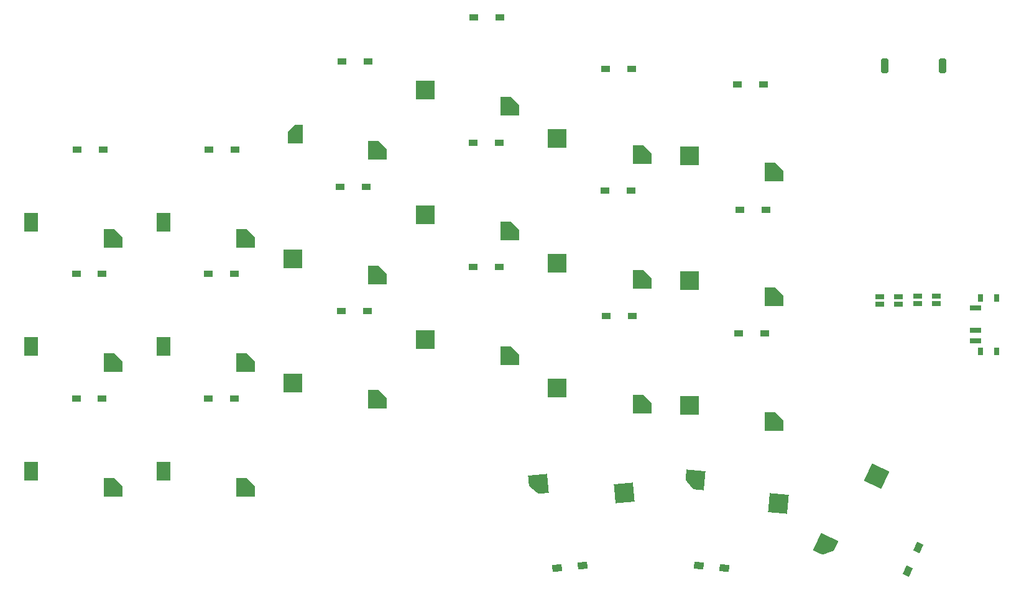
<source format=gbp>
%TF.GenerationSoftware,KiCad,Pcbnew,6.0.8-f2edbf62ab~116~ubuntu22.04.1*%
%TF.CreationDate,2022-10-26T10:35:28+11:00*%
%TF.ProjectId,banach,62616e61-6368-42e6-9b69-6361645f7063,rev1.0*%
%TF.SameCoordinates,Original*%
%TF.FileFunction,Paste,Bot*%
%TF.FilePolarity,Positive*%
%FSLAX46Y46*%
G04 Gerber Fmt 4.6, Leading zero omitted, Abs format (unit mm)*
G04 Created by KiCad (PCBNEW 6.0.8-f2edbf62ab~116~ubuntu22.04.1) date 2022-10-26 10:35:28*
%MOMM*%
%LPD*%
G01*
G04 APERTURE LIST*
G04 Aperture macros list*
%AMRoundRect*
0 Rectangle with rounded corners*
0 $1 Rounding radius*
0 $2 $3 $4 $5 $6 $7 $8 $9 X,Y pos of 4 corners*
0 Add a 4 corners polygon primitive as box body*
4,1,4,$2,$3,$4,$5,$6,$7,$8,$9,$2,$3,0*
0 Add four circle primitives for the rounded corners*
1,1,$1+$1,$2,$3*
1,1,$1+$1,$4,$5*
1,1,$1+$1,$6,$7*
1,1,$1+$1,$8,$9*
0 Add four rect primitives between the rounded corners*
20,1,$1+$1,$2,$3,$4,$5,0*
20,1,$1+$1,$4,$5,$6,$7,0*
20,1,$1+$1,$6,$7,$8,$9,0*
20,1,$1+$1,$8,$9,$2,$3,0*%
%AMRotRect*
0 Rectangle, with rotation*
0 The origin of the aperture is its center*
0 $1 length*
0 $2 width*
0 $3 Rotation angle, in degrees counterclockwise*
0 Add horizontal line*
21,1,$1,$2,0,0,$3*%
%AMOutline5P*
0 Free polygon, 5 corners , with rotation*
0 The origin of the aperture is its center*
0 number of corners: always 5*
0 $1 to $10 corner X, Y*
0 $11 Rotation angle, in degrees counterclockwise*
0 create outline with 5 corners*
4,1,5,$1,$2,$3,$4,$5,$6,$7,$8,$9,$10,$1,$2,$11*%
%AMOutline6P*
0 Free polygon, 6 corners , with rotation*
0 The origin of the aperture is its center*
0 number of corners: always 6*
0 $1 to $12 corner X, Y*
0 $13 Rotation angle, in degrees counterclockwise*
0 create outline with 6 corners*
4,1,6,$1,$2,$3,$4,$5,$6,$7,$8,$9,$10,$11,$12,$1,$2,$13*%
%AMOutline7P*
0 Free polygon, 7 corners , with rotation*
0 The origin of the aperture is its center*
0 number of corners: always 7*
0 $1 to $14 corner X, Y*
0 $15 Rotation angle, in degrees counterclockwise*
0 create outline with 7 corners*
4,1,7,$1,$2,$3,$4,$5,$6,$7,$8,$9,$10,$11,$12,$13,$14,$1,$2,$15*%
%AMOutline8P*
0 Free polygon, 8 corners , with rotation*
0 The origin of the aperture is its center*
0 number of corners: always 8*
0 $1 to $16 corner X, Y*
0 $17 Rotation angle, in degrees counterclockwise*
0 create outline with 8 corners*
4,1,8,$1,$2,$3,$4,$5,$6,$7,$8,$9,$10,$11,$12,$13,$14,$15,$16,$1,$2,$17*%
G04 Aperture macros list end*
%ADD10R,1.300000X0.950000*%
%ADD11RotRect,1.300000X0.950000X185.000000*%
%ADD12RotRect,1.300000X0.950000X175.000000*%
%ADD13RotRect,1.300000X0.950000X245.000000*%
%ADD14Outline5P,-1.300000X1.300000X0.130000X1.300000X1.300000X0.130000X1.300000X-1.300000X-1.300000X-1.300000X0.000000*%
%ADD15R,1.875000X2.600000*%
%ADD16Outline5P,-1.025000X0.275000X0.000000X1.300000X1.025000X1.300000X1.025000X-1.300000X-1.025000X-1.300000X0.000000*%
%ADD17R,2.600000X2.600000*%
%ADD18Outline5P,-1.300000X1.300000X0.130000X1.300000X1.300000X0.130000X1.300000X-1.300000X-1.300000X-1.300000X185.000000*%
%ADD19RotRect,2.600000X2.600000X185.000000*%
%ADD20Outline5P,-1.300000X1.300000X0.130000X1.300000X1.300000X0.130000X1.300000X-1.300000X-1.300000X-1.300000X175.000000*%
%ADD21RotRect,2.600000X2.600000X175.000000*%
%ADD22Outline5P,-1.300000X1.300000X0.130000X1.300000X1.300000X0.130000X1.300000X-1.300000X-1.300000X-1.300000X245.000000*%
%ADD23RotRect,2.600000X2.600000X245.000000*%
%ADD24R,1.850000X2.600000*%
%ADD25R,1.143000X0.635000*%
%ADD26R,0.800000X1.000000*%
%ADD27R,1.500000X0.700000*%
%ADD28RoundRect,0.250000X-0.250000X-0.750000X0.250000X-0.750000X0.250000X0.750000X-0.250000X0.750000X0*%
G04 APERTURE END LIST*
D10*
%TO.C,D2*%
X84229400Y-64312800D03*
X87779400Y-64312800D03*
%TD*%
%TO.C,D3*%
X102314200Y-52273200D03*
X105864200Y-52273200D03*
%TD*%
%TO.C,D4*%
X120297400Y-46228000D03*
X123847400Y-46228000D03*
%TD*%
%TO.C,D5*%
X138229800Y-53289200D03*
X141779800Y-53289200D03*
%TD*%
%TO.C,D6*%
X156213000Y-55422800D03*
X159763000Y-55422800D03*
%TD*%
%TO.C,D8*%
X84127800Y-81229200D03*
X87677800Y-81229200D03*
%TD*%
%TO.C,D9*%
X102111000Y-69342000D03*
X105661000Y-69342000D03*
%TD*%
%TO.C,D10*%
X120195800Y-63347600D03*
X123745800Y-63347600D03*
%TD*%
%TO.C,D11*%
X138179000Y-69900800D03*
X141729000Y-69900800D03*
%TD*%
%TO.C,D12*%
X156517800Y-72491600D03*
X160067800Y-72491600D03*
%TD*%
%TO.C,D14*%
X84127800Y-98247200D03*
X87677800Y-98247200D03*
%TD*%
%TO.C,D15*%
X102212600Y-86309200D03*
X105762600Y-86309200D03*
%TD*%
%TO.C,D16*%
X120195800Y-80314800D03*
X123745800Y-80314800D03*
%TD*%
%TO.C,D17*%
X138280600Y-86969600D03*
X141830600Y-86969600D03*
%TD*%
%TO.C,D18*%
X156314600Y-89357200D03*
X159864600Y-89357200D03*
%TD*%
D11*
%TO.C,D19*%
X135118246Y-121003299D03*
X131581754Y-121312701D03*
%TD*%
D12*
%TO.C,D20*%
X154422246Y-121312701D03*
X150885754Y-121003299D03*
%TD*%
D13*
%TO.C,D21*%
X180836147Y-118533304D03*
X179335853Y-121750696D03*
%TD*%
D14*
%TO.C,SW2*%
X89185000Y-76350000D03*
D15*
X78010000Y-74150000D03*
%TD*%
D14*
%TO.C,SW3*%
X107185000Y-64350000D03*
D16*
X95960000Y-62150000D03*
%TD*%
D14*
%TO.C,SW4*%
X125185000Y-58350000D03*
D17*
X113635000Y-56150000D03*
%TD*%
D14*
%TO.C,SW5*%
X143185000Y-64970000D03*
D17*
X131635000Y-62770000D03*
%TD*%
D14*
%TO.C,SW6*%
X161185000Y-67350000D03*
D17*
X149635000Y-65150000D03*
%TD*%
D14*
%TO.C,SW8*%
X89185000Y-93350000D03*
D15*
X78010000Y-91150000D03*
%TD*%
D14*
%TO.C,SW9*%
X107185000Y-81350000D03*
D17*
X95635000Y-79150000D03*
%TD*%
D14*
%TO.C,SW10*%
X125185000Y-75350000D03*
D17*
X113635000Y-73150000D03*
%TD*%
D14*
%TO.C,SW11*%
X143185000Y-81970000D03*
D17*
X131635000Y-79770000D03*
%TD*%
D14*
%TO.C,SW12*%
X161185000Y-84350000D03*
D17*
X149635000Y-82150000D03*
%TD*%
D14*
%TO.C,SW14*%
X89185000Y-110350000D03*
D15*
X78010000Y-108150000D03*
%TD*%
D14*
%TO.C,SW15*%
X107185000Y-98350000D03*
D17*
X95635000Y-96150000D03*
%TD*%
D14*
%TO.C,SW16*%
X125185000Y-92350000D03*
D17*
X113635000Y-90150000D03*
%TD*%
D14*
%TO.C,SW17*%
X143185000Y-98975000D03*
D17*
X131635000Y-96775000D03*
%TD*%
D14*
%TO.C,SW18*%
X161185000Y-101350000D03*
D17*
X149635000Y-99150000D03*
%TD*%
D18*
%TO.C,SW19*%
X129060886Y-109928077D03*
D19*
X140758677Y-111113056D03*
%TD*%
D20*
%TO.C,SW20*%
X150418039Y-109357206D03*
D21*
X161732345Y-112555484D03*
%TD*%
D22*
%TO.C,SW21*%
X168229394Y-118309579D03*
D23*
X175104512Y-108771485D03*
%TD*%
D10*
%TO.C,D14*%
X66133800Y-98251200D03*
X69683800Y-98251200D03*
%TD*%
%TO.C,D2*%
X66235400Y-64316800D03*
X69785400Y-64316800D03*
%TD*%
D14*
%TO.C,SW2*%
X71191000Y-76354000D03*
D24*
X60016000Y-74154000D03*
%TD*%
D10*
%TO.C,D8*%
X66133800Y-81233200D03*
X69683800Y-81233200D03*
%TD*%
D14*
%TO.C,SW8*%
X71191000Y-93354000D03*
D15*
X60016000Y-91154000D03*
%TD*%
D14*
%TO.C,SW14*%
X71191000Y-110354000D03*
D15*
X60016000Y-108154000D03*
%TD*%
D25*
%TO.C,JP64*%
X178130000Y-84327020D03*
X178130000Y-85327780D03*
%TD*%
%TO.C,JP62*%
X175580000Y-84356620D03*
X175580000Y-85357380D03*
%TD*%
%TO.C,JP6*%
X183290000Y-84277020D03*
X183290000Y-85277780D03*
%TD*%
%TO.C,JP66*%
X180710000Y-84297020D03*
X180710000Y-85297780D03*
%TD*%
D26*
%TO.C,POWER*%
X191490000Y-91780000D03*
X189280000Y-91780000D03*
X189280000Y-84480000D03*
X191490000Y-84480000D03*
D27*
X188630000Y-85880000D03*
X188630000Y-88880000D03*
X188630000Y-90380000D03*
%TD*%
D28*
%TO.C,+ve*%
X176276000Y-52832000D03*
%TD*%
%TO.C,-ve*%
X184150000Y-52832000D03*
%TD*%
M02*

</source>
